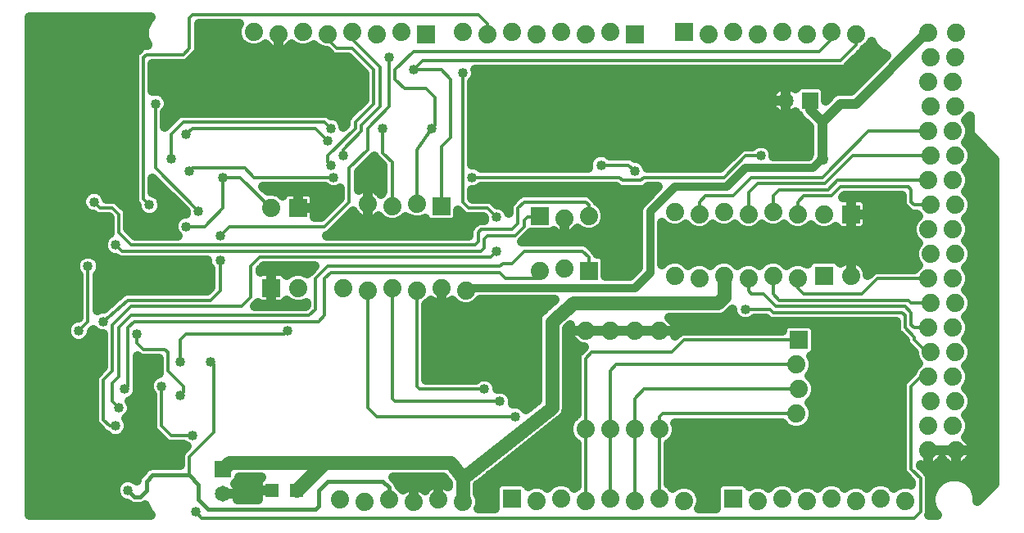
<source format=gbl>
G75*
%MOIN*%
%OFA0B0*%
%FSLAX24Y24*%
%IPPOS*%
%LPD*%
%AMOC8*
5,1,8,0,0,1.08239X$1,22.5*
%
%ADD10R,0.0740X0.0740*%
%ADD11C,0.0740*%
%ADD12R,0.0555X0.0555*%
%ADD13C,0.0650*%
%ADD14R,0.0650X0.0650*%
%ADD15C,0.0160*%
%ADD16C,0.0400*%
%ADD17C,0.0120*%
%ADD18C,0.0400*%
%ADD19C,0.0560*%
%ADD20C,0.0500*%
%ADD21C,0.0320*%
D10*
X010500Y009925D03*
X011600Y013175D03*
X017425Y013250D03*
X021425Y012850D03*
X023425Y010625D03*
X031975Y007800D03*
X033000Y010425D03*
X034100Y012925D03*
X025300Y020250D03*
X027300Y020350D03*
X016800Y020250D03*
X020300Y001350D03*
X029300Y001350D03*
D11*
X030300Y001250D03*
X031300Y001350D03*
X032300Y001250D03*
X033300Y001350D03*
X034300Y001250D03*
X035300Y001350D03*
X036300Y001250D03*
X037230Y003300D03*
X038370Y003300D03*
X038250Y004300D03*
X037250Y004300D03*
X037350Y005300D03*
X038350Y005300D03*
X038250Y006300D03*
X037250Y006300D03*
X037350Y007300D03*
X038350Y007300D03*
X038250Y008300D03*
X037250Y008300D03*
X037350Y009300D03*
X038350Y009300D03*
X038250Y010300D03*
X037250Y010300D03*
X037350Y011300D03*
X038350Y011300D03*
X038250Y012300D03*
X037250Y012300D03*
X037350Y013300D03*
X038350Y013300D03*
X038250Y014300D03*
X037250Y014300D03*
X037350Y015300D03*
X038350Y015300D03*
X038250Y016300D03*
X037250Y016300D03*
X037350Y017300D03*
X038350Y017300D03*
X038250Y018300D03*
X037250Y018300D03*
X037350Y019300D03*
X038350Y019300D03*
X038370Y020300D03*
X037230Y020300D03*
X034300Y020250D03*
X033300Y020350D03*
X032300Y020250D03*
X031300Y020350D03*
X030300Y020250D03*
X029300Y020350D03*
X028300Y020250D03*
X024300Y020350D03*
X023300Y020250D03*
X022300Y020350D03*
X021300Y020250D03*
X020300Y020350D03*
X019300Y020250D03*
X018300Y020350D03*
X015800Y020350D03*
X014800Y020250D03*
X013800Y020350D03*
X012800Y020250D03*
X011800Y020350D03*
X010800Y020250D03*
X009800Y020350D03*
X014425Y013350D03*
X015425Y013250D03*
X016425Y013350D03*
X021425Y010625D03*
X022425Y010725D03*
X022425Y012750D03*
X023425Y012850D03*
X026925Y013025D03*
X027925Y012925D03*
X028925Y013025D03*
X029925Y012925D03*
X030925Y013025D03*
X031925Y012925D03*
X033000Y012925D03*
X034100Y010425D03*
X031925Y010325D03*
X030925Y010425D03*
X029925Y010325D03*
X028925Y010425D03*
X027925Y010325D03*
X026925Y010425D03*
X026300Y008175D03*
X025300Y008175D03*
X024300Y008175D03*
X023300Y008175D03*
X018425Y009825D03*
X017425Y009925D03*
X016425Y009825D03*
X015425Y009925D03*
X014425Y009825D03*
X013425Y009925D03*
X011600Y009925D03*
X010500Y013175D03*
X023300Y004175D03*
X024300Y004175D03*
X025300Y004175D03*
X026300Y004175D03*
X026300Y001350D03*
X025300Y001250D03*
X024300Y001350D03*
X023300Y001250D03*
X022300Y001350D03*
X021300Y001250D03*
X018300Y001200D03*
X017300Y001300D03*
X016300Y001200D03*
X015300Y001300D03*
X014300Y001200D03*
X013300Y001300D03*
X027300Y001250D03*
X031875Y004800D03*
X031975Y005800D03*
X031875Y006800D03*
D12*
X011550Y001675D03*
X010550Y001675D03*
D13*
X008550Y001550D03*
X031425Y017550D03*
D14*
X032425Y017550D03*
X008550Y002550D03*
D15*
X007550Y001925D02*
X007175Y002300D01*
X005675Y002300D01*
X005425Y002050D01*
X005425Y001675D01*
X005175Y001425D01*
X004925Y001425D01*
X004675Y001675D01*
X007550Y001925D02*
X007550Y001300D01*
X007925Y000925D01*
X012300Y000925D01*
X012425Y001050D01*
X012425Y001675D01*
X012800Y002050D01*
X015050Y002050D01*
X015300Y001800D01*
X015300Y001300D01*
D16*
X020425Y004675D03*
X019800Y005300D03*
X019175Y005800D03*
X011175Y008175D03*
X008050Y006925D03*
X006800Y006925D03*
X006050Y005925D03*
X006800Y005550D03*
X004550Y005800D03*
X004300Y005050D03*
X004175Y004300D03*
X004800Y004300D03*
X005425Y002925D03*
X007300Y003925D03*
X004675Y001675D03*
X007425Y000800D03*
X005050Y008050D03*
X003675Y008550D03*
X002675Y008175D03*
X003050Y010800D03*
X004175Y011675D03*
X007050Y012425D03*
X007550Y013050D03*
X008425Y012050D03*
X008425Y011050D03*
X005550Y013300D03*
X004800Y014175D03*
X003300Y013425D03*
X001425Y014425D03*
X006425Y015175D03*
X007175Y014675D03*
X008550Y014425D03*
X007050Y016175D03*
X005800Y017425D03*
X012800Y015925D03*
X012925Y016425D03*
X013425Y015300D03*
X012925Y014925D03*
X013050Y014425D03*
X015050Y016425D03*
X017050Y016425D03*
X018675Y014425D03*
X019675Y012800D03*
X019675Y011425D03*
X025300Y014675D03*
X023925Y014925D03*
X030425Y015300D03*
X029800Y009050D03*
X018300Y018675D03*
X016300Y018800D03*
X015300Y019300D03*
D17*
X015300Y017300D01*
X014425Y016425D01*
X014425Y015550D01*
X013675Y014800D01*
X013675Y013425D01*
X012675Y012425D01*
X008800Y012425D01*
X008425Y012050D01*
X007800Y012425D02*
X008550Y013175D01*
X008550Y014425D01*
X009250Y014425D01*
X010500Y013175D01*
X009800Y014425D02*
X009425Y014800D01*
X007300Y014800D01*
X007175Y014675D01*
X006425Y015175D02*
X006425Y016175D01*
X006925Y016675D01*
X012675Y016675D01*
X012925Y016425D01*
X012800Y015925D02*
X012300Y016425D01*
X007300Y016425D01*
X007050Y016175D01*
X005800Y017425D02*
X005800Y014800D01*
X007550Y013050D01*
X007800Y012425D02*
X007050Y012425D01*
X005550Y013300D02*
X005300Y013550D01*
X005300Y019300D01*
X005425Y019425D01*
X006925Y019425D01*
X007175Y019675D01*
X007175Y020925D01*
X007300Y021050D01*
X018925Y021050D01*
X019300Y020675D01*
X019300Y020250D01*
X017800Y018425D02*
X017425Y018800D01*
X016300Y018800D01*
X016675Y019175D01*
X033675Y019175D01*
X034300Y019800D01*
X034300Y020250D01*
X033300Y020350D02*
X033300Y020050D01*
X032800Y019550D01*
X016300Y019550D01*
X015550Y018800D01*
X015550Y018425D01*
X015925Y018050D01*
X016800Y018050D01*
X017175Y017675D01*
X017175Y016550D01*
X017050Y016425D01*
X016425Y015550D01*
X016425Y013350D01*
X017425Y013250D02*
X017425Y015675D01*
X017800Y016050D01*
X017800Y018425D01*
X018300Y018675D02*
X018300Y013425D01*
X018550Y013175D01*
X019300Y013175D01*
X019675Y012800D01*
X019050Y012300D02*
X018925Y012175D01*
X018925Y011800D01*
X018800Y011675D01*
X004800Y011675D01*
X004300Y012175D01*
X004300Y012925D01*
X004050Y013175D01*
X003550Y013175D01*
X003300Y013425D01*
X004800Y014175D02*
X001675Y014175D01*
X001425Y014425D01*
X004175Y011675D02*
X004425Y011425D01*
X019050Y011425D01*
X019175Y011550D01*
X019175Y011925D01*
X019300Y012050D01*
X020425Y012050D01*
X020800Y012425D01*
X020800Y012675D01*
X020925Y012800D01*
X021375Y012800D01*
X021425Y012850D01*
X020800Y013425D02*
X020550Y013175D01*
X020550Y012550D01*
X020300Y012300D01*
X019050Y012300D01*
X019675Y011425D02*
X019425Y011175D01*
X010050Y011175D01*
X009675Y010800D01*
X009675Y009550D01*
X009300Y009175D01*
X004800Y009175D01*
X004050Y008425D01*
X004050Y006550D01*
X003675Y006175D01*
X003675Y004550D01*
X003925Y004300D01*
X004175Y004300D01*
X004800Y004300D02*
X005425Y003675D01*
X005425Y002925D01*
X007175Y003050D02*
X007175Y002300D01*
X007175Y003050D02*
X008175Y004050D01*
X008175Y006800D01*
X008050Y006925D01*
X006800Y006925D02*
X006800Y007800D01*
X007050Y008050D01*
X011050Y008050D01*
X011175Y008175D01*
X012050Y008800D02*
X004800Y008800D01*
X004300Y008300D01*
X004300Y006300D01*
X004050Y006050D01*
X004050Y005300D01*
X004300Y005050D01*
X004550Y005800D02*
X004675Y005925D01*
X004675Y008300D01*
X004925Y008550D01*
X012425Y008550D01*
X012675Y008800D01*
X012675Y010300D01*
X012925Y010550D01*
X019800Y010550D01*
X020050Y010300D01*
X021300Y010300D01*
X021425Y010425D01*
X021425Y010625D01*
X020800Y011425D02*
X020300Y010925D01*
X019925Y010925D01*
X019800Y010800D01*
X012800Y010800D01*
X012300Y010300D01*
X012300Y009050D01*
X012050Y008800D01*
X014425Y009825D02*
X014425Y005050D01*
X014800Y004675D01*
X020425Y004675D01*
X019800Y005300D02*
X015550Y005300D01*
X015425Y005425D01*
X015425Y009925D01*
X016425Y009825D02*
X016425Y005925D01*
X016550Y005800D01*
X019175Y005800D01*
X023300Y007050D02*
X023300Y004175D01*
X023300Y001250D01*
X024300Y001350D02*
X024300Y004175D01*
X024300Y006550D01*
X024550Y006800D01*
X031875Y006800D01*
X031975Y007800D02*
X027300Y007800D01*
X026800Y007300D01*
X023550Y007300D01*
X023300Y007050D01*
X025300Y005425D02*
X025675Y005800D01*
X031975Y005800D01*
X031875Y004800D02*
X026425Y004800D01*
X026300Y004675D01*
X026300Y004175D01*
X026300Y001350D01*
X025300Y001250D02*
X025300Y004175D01*
X025300Y005425D01*
X030800Y009050D02*
X030925Y008925D01*
X036175Y008925D01*
X036300Y008800D01*
X036300Y008300D01*
X036675Y007925D01*
X036675Y007800D01*
X037175Y007300D01*
X037350Y007300D01*
X037250Y006300D02*
X036925Y006300D01*
X036550Y005925D01*
X036550Y002550D01*
X036925Y002175D01*
X036925Y000800D01*
X036675Y000550D01*
X007675Y000550D01*
X007425Y000800D01*
X007300Y003925D02*
X006425Y003925D01*
X006050Y004300D01*
X006050Y005925D01*
X006800Y005550D02*
X006925Y005675D01*
X006925Y005925D01*
X006300Y006550D01*
X006300Y007300D01*
X006175Y007425D01*
X005300Y007425D01*
X005050Y007675D01*
X005050Y008050D01*
X004675Y009425D02*
X003675Y008550D01*
X003050Y008550D02*
X002675Y008175D01*
X003050Y008550D02*
X003050Y010800D01*
X004675Y009425D02*
X008050Y009425D01*
X008425Y009800D01*
X008425Y011050D01*
X009800Y014425D02*
X013050Y014425D01*
X012925Y014925D02*
X012800Y015050D01*
X012800Y015300D01*
X013925Y016425D01*
X013925Y016675D01*
X014675Y017425D01*
X014675Y018800D01*
X013800Y019675D01*
X013175Y019675D01*
X012800Y020050D01*
X012800Y020250D01*
X013800Y020350D02*
X013800Y020050D01*
X014925Y018925D01*
X014925Y017300D01*
X014175Y016550D01*
X014175Y016300D01*
X013425Y015550D01*
X013425Y015300D01*
X015050Y015425D02*
X015425Y015050D01*
X015425Y013250D01*
X018675Y014425D02*
X024675Y014425D01*
X024800Y014300D01*
X025550Y014300D01*
X025675Y014425D01*
X028925Y014425D01*
X029800Y015300D01*
X030425Y015300D01*
X030050Y014425D02*
X032925Y014425D01*
X034800Y016300D01*
X037250Y016300D01*
X037350Y015300D02*
X034175Y015300D01*
X033050Y014175D01*
X030300Y014175D01*
X029925Y013800D01*
X029925Y012925D01*
X029300Y013675D02*
X030050Y014425D01*
X030925Y013675D02*
X031175Y013925D01*
X033175Y013925D01*
X033550Y014300D01*
X037250Y014300D01*
X036550Y013925D02*
X036550Y013425D01*
X036675Y013300D01*
X037350Y013300D01*
X036550Y013925D02*
X036425Y014050D01*
X033675Y014050D01*
X033300Y013675D01*
X032175Y013675D01*
X031925Y013425D01*
X031925Y012925D01*
X030925Y013025D02*
X030925Y013675D01*
X029300Y013675D02*
X028175Y013675D01*
X027925Y013425D01*
X027925Y012925D01*
X025300Y014675D02*
X025050Y014925D01*
X023925Y014925D01*
X023300Y013425D02*
X020800Y013425D01*
X023300Y013425D02*
X023425Y013300D01*
X023425Y012850D01*
X023175Y011425D02*
X020800Y011425D01*
X023175Y011425D02*
X023425Y011175D01*
X023425Y010625D01*
X029925Y010325D02*
X029925Y009800D01*
X030050Y009675D01*
X030550Y009675D01*
X031050Y009175D01*
X036300Y009175D01*
X036550Y008925D01*
X036550Y008425D01*
X036675Y008300D01*
X037250Y008300D01*
X037350Y009300D02*
X036550Y009300D01*
X036425Y009425D01*
X031175Y009425D01*
X030925Y009675D01*
X030925Y010425D01*
X031925Y010325D02*
X031925Y009925D01*
X032175Y009675D01*
X034550Y009675D01*
X035175Y010300D01*
X037250Y010300D01*
X030800Y009050D02*
X029800Y009050D01*
X015050Y015425D02*
X015050Y016425D01*
D18*
X000660Y020940D02*
X000660Y000660D01*
X005597Y000660D01*
X005495Y000762D01*
X005367Y001071D01*
X005255Y001025D01*
X004845Y001025D01*
X004698Y001086D01*
X004629Y001155D01*
X004572Y001155D01*
X004380Y001234D01*
X004234Y001380D01*
X004155Y001572D01*
X004155Y001778D01*
X004234Y001970D01*
X004380Y002116D01*
X004572Y002195D01*
X004778Y002195D01*
X004970Y002116D01*
X005025Y002060D01*
X005025Y002130D01*
X005086Y002277D01*
X005198Y002389D01*
X005448Y002639D01*
X005595Y002700D01*
X006795Y002700D01*
X006795Y003126D01*
X006853Y003265D01*
X007052Y003465D01*
X007005Y003484D01*
X006945Y003545D01*
X006349Y003545D01*
X006210Y003603D01*
X005835Y003978D01*
X005728Y004085D01*
X005670Y004224D01*
X005670Y005570D01*
X005609Y005630D01*
X005530Y005822D01*
X005530Y006028D01*
X005609Y006220D01*
X005755Y006366D01*
X005934Y006440D01*
X005920Y006474D01*
X005920Y007045D01*
X005224Y007045D01*
X005085Y007103D01*
X005055Y007133D01*
X005055Y005940D01*
X005070Y005903D01*
X005070Y005697D01*
X004991Y005505D01*
X004845Y005359D01*
X004751Y005320D01*
X004820Y005153D01*
X004820Y004947D01*
X004741Y004755D01*
X004598Y004613D01*
X004616Y004595D01*
X004695Y004403D01*
X004695Y004197D01*
X004616Y004005D01*
X004470Y003859D01*
X004278Y003780D01*
X004072Y003780D01*
X003880Y003859D01*
X003799Y003941D01*
X003710Y003978D01*
X003460Y004228D01*
X003353Y004335D01*
X003295Y004474D01*
X003295Y006251D01*
X003353Y006390D01*
X003670Y006707D01*
X003670Y008030D01*
X003572Y008030D01*
X003380Y008109D01*
X003264Y008226D01*
X003195Y008158D01*
X003195Y008072D01*
X003116Y007880D01*
X002970Y007734D01*
X002778Y007655D01*
X002572Y007655D01*
X002380Y007734D01*
X002234Y007880D01*
X002155Y008072D01*
X002155Y008278D01*
X002234Y008470D01*
X002380Y008616D01*
X002572Y008695D01*
X002658Y008695D01*
X002670Y008707D01*
X002670Y010445D01*
X002609Y010505D01*
X002530Y010697D01*
X002530Y010903D01*
X002609Y011095D01*
X002755Y011241D01*
X002947Y011320D01*
X003153Y011320D01*
X003345Y011241D01*
X003491Y011095D01*
X003570Y010903D01*
X003570Y010697D01*
X003491Y010505D01*
X003430Y010445D01*
X003430Y009011D01*
X003572Y009070D01*
X003692Y009070D01*
X004415Y009703D01*
X004460Y009747D01*
X004472Y009752D01*
X004482Y009761D01*
X004541Y009781D01*
X004599Y009805D01*
X004612Y009805D01*
X004625Y009809D01*
X004688Y009805D01*
X007893Y009805D01*
X008045Y009957D01*
X008045Y010695D01*
X007984Y010755D01*
X007905Y010947D01*
X007905Y011045D01*
X004349Y011045D01*
X004210Y011103D01*
X004158Y011155D01*
X004072Y011155D01*
X003880Y011234D01*
X003734Y011380D01*
X003655Y011572D01*
X003655Y011778D01*
X003734Y011970D01*
X003880Y012116D01*
X003920Y012132D01*
X003920Y012768D01*
X003893Y012795D01*
X003474Y012795D01*
X003335Y012853D01*
X003283Y012905D01*
X003197Y012905D01*
X003005Y012984D01*
X002859Y013130D01*
X002780Y013322D01*
X002780Y013528D01*
X002859Y013720D01*
X003005Y013866D01*
X003197Y013945D01*
X003403Y013945D01*
X003595Y013866D01*
X003741Y013720D01*
X003809Y013555D01*
X004126Y013555D01*
X004265Y013497D01*
X004372Y013390D01*
X004622Y013140D01*
X004680Y013001D01*
X004680Y012332D01*
X004957Y012055D01*
X006685Y012055D01*
X006609Y012130D01*
X006530Y012322D01*
X006530Y012528D01*
X006609Y012720D01*
X006755Y012866D01*
X006947Y012945D01*
X007031Y012945D01*
X007030Y012947D01*
X007030Y013033D01*
X005680Y014383D01*
X005680Y013809D01*
X005845Y013741D01*
X005991Y013595D01*
X006070Y013403D01*
X006070Y013197D01*
X005991Y013005D01*
X005845Y012859D01*
X005653Y012780D01*
X005447Y012780D01*
X005255Y012859D01*
X005109Y013005D01*
X005030Y013197D01*
X005030Y013283D01*
X004978Y013335D01*
X004920Y013474D01*
X004920Y019376D01*
X004978Y019515D01*
X005085Y019622D01*
X005210Y019747D01*
X005349Y019805D01*
X005477Y019805D01*
X005350Y020111D01*
X005350Y020489D01*
X005495Y020838D01*
X005597Y020940D01*
X000660Y020940D01*
X000660Y020624D02*
X005406Y020624D01*
X005350Y020225D02*
X000660Y020225D01*
X000660Y019827D02*
X005468Y019827D01*
X004942Y019428D02*
X000660Y019428D01*
X000660Y019030D02*
X004920Y019030D01*
X005680Y019030D02*
X013908Y019030D01*
X013643Y019295D02*
X014295Y018643D01*
X014295Y017582D01*
X013710Y016997D01*
X013603Y016890D01*
X013545Y016751D01*
X013545Y016582D01*
X013445Y016482D01*
X013445Y016528D01*
X013366Y016720D01*
X013220Y016866D01*
X013028Y016945D01*
X012942Y016945D01*
X012890Y016997D01*
X012751Y017055D01*
X006849Y017055D01*
X006710Y016997D01*
X006210Y016497D01*
X006180Y016467D01*
X006180Y017070D01*
X006241Y017130D01*
X006320Y017322D01*
X006320Y017528D01*
X006241Y017720D01*
X006095Y017866D01*
X005903Y017945D01*
X005697Y017945D01*
X005680Y017938D01*
X005680Y019045D01*
X007001Y019045D01*
X007140Y019103D01*
X007247Y019210D01*
X007497Y019460D01*
X007555Y019599D01*
X007555Y020670D01*
X009186Y020670D01*
X009110Y020487D01*
X009110Y020213D01*
X009215Y019959D01*
X009409Y019765D01*
X009663Y019660D01*
X009937Y019660D01*
X010191Y019765D01*
X010268Y019842D01*
X010295Y019807D01*
X010357Y019745D01*
X010427Y019692D01*
X010503Y019648D01*
X010584Y019614D01*
X010669Y019591D01*
X010756Y019580D01*
X010800Y019580D01*
X010844Y019580D01*
X010931Y019591D01*
X011016Y019614D01*
X011097Y019648D01*
X011173Y019692D01*
X011243Y019745D01*
X011305Y019807D01*
X011332Y019842D01*
X011409Y019765D01*
X011663Y019660D01*
X011937Y019660D01*
X012191Y019765D01*
X012250Y019824D01*
X012409Y019665D01*
X012663Y019560D01*
X012753Y019560D01*
X012853Y019460D01*
X012960Y019353D01*
X013099Y019295D01*
X013643Y019295D01*
X012885Y019428D02*
X007465Y019428D01*
X007555Y019827D02*
X009348Y019827D01*
X009110Y020225D02*
X007555Y020225D01*
X007555Y020624D02*
X009166Y020624D01*
X010252Y019827D02*
X010280Y019827D01*
X010800Y019827D02*
X010800Y019827D01*
X010800Y019580D02*
X010800Y020250D01*
X010800Y020250D01*
X010800Y019580D01*
X011320Y019827D02*
X011348Y019827D01*
X010800Y020225D02*
X010800Y020225D01*
X014295Y018631D02*
X005680Y018631D01*
X004920Y018631D02*
X000660Y018631D01*
X000660Y018233D02*
X004920Y018233D01*
X005680Y018233D02*
X014295Y018233D01*
X014295Y017834D02*
X006126Y017834D01*
X006320Y017436D02*
X014148Y017436D01*
X013750Y017037D02*
X012794Y017037D01*
X013399Y016639D02*
X013545Y016639D01*
X014697Y015284D02*
X014728Y015210D01*
X015045Y014893D01*
X015045Y013839D01*
X015034Y013835D01*
X014957Y013758D01*
X014930Y013793D01*
X014868Y013855D01*
X014798Y013908D01*
X014722Y013952D01*
X014641Y013986D01*
X014556Y014009D01*
X014469Y014020D01*
X014425Y014020D01*
X014425Y013350D01*
X014425Y013350D01*
X014425Y014020D01*
X014381Y014020D01*
X014294Y014009D01*
X014209Y013986D01*
X014128Y013952D01*
X014055Y013910D01*
X014055Y014643D01*
X014697Y015284D01*
X014893Y015045D02*
X014457Y015045D01*
X014058Y014646D02*
X015045Y014646D01*
X015045Y014248D02*
X014055Y014248D01*
X014425Y013849D02*
X014425Y013849D01*
X014874Y013849D02*
X015045Y013849D01*
X014425Y013451D02*
X014425Y013451D01*
X014425Y013350D02*
X014425Y012680D01*
X014469Y012680D01*
X014556Y012691D01*
X014641Y012714D01*
X014722Y012748D01*
X014798Y012792D01*
X014860Y012839D01*
X015034Y012665D01*
X015288Y012560D01*
X015562Y012560D01*
X015816Y012665D01*
X015975Y012824D01*
X016034Y012765D01*
X016288Y012660D01*
X016562Y012660D01*
X016765Y012744D01*
X016784Y012699D01*
X016874Y012609D01*
X016991Y012560D01*
X017859Y012560D01*
X017976Y012609D01*
X018066Y012699D01*
X018115Y012816D01*
X018115Y013073D01*
X018335Y012853D01*
X018474Y012795D01*
X019143Y012795D01*
X019155Y012783D01*
X019155Y012697D01*
X019162Y012680D01*
X018974Y012680D01*
X018835Y012622D01*
X018710Y012497D01*
X018603Y012390D01*
X018545Y012251D01*
X018545Y012055D01*
X012775Y012055D01*
X012890Y012103D01*
X012997Y012210D01*
X013829Y013042D01*
X013867Y012977D01*
X013920Y012907D01*
X013982Y012845D01*
X014052Y012792D01*
X014128Y012748D01*
X014209Y012714D01*
X014294Y012691D01*
X014381Y012680D01*
X014425Y012680D01*
X014425Y013350D01*
X014425Y013350D01*
X014425Y013052D02*
X014425Y013052D01*
X015062Y012654D02*
X013441Y012654D01*
X013042Y012255D02*
X018547Y012255D01*
X018910Y012654D02*
X018021Y012654D01*
X018115Y013052D02*
X018136Y013052D01*
X018680Y013582D02*
X018680Y013905D01*
X018778Y013905D01*
X018970Y013984D01*
X019030Y014045D01*
X024518Y014045D01*
X024585Y013978D01*
X024724Y013920D01*
X025626Y013920D01*
X025765Y013978D01*
X025832Y014045D01*
X026241Y014045D01*
X025653Y013457D01*
X025518Y013322D01*
X025445Y013145D01*
X025445Y010749D01*
X025101Y010405D01*
X024115Y010405D01*
X024115Y011059D01*
X024066Y011176D01*
X023976Y011266D01*
X023859Y011315D01*
X023778Y011315D01*
X023747Y011390D01*
X023640Y011497D01*
X023390Y011747D01*
X023251Y011805D01*
X020724Y011805D01*
X020712Y011800D01*
X021015Y012103D01*
X021072Y012160D01*
X021859Y012160D01*
X021976Y012209D01*
X022000Y012232D01*
X022052Y012192D01*
X022128Y012148D01*
X022209Y012114D01*
X022294Y012091D01*
X022381Y012080D01*
X022425Y012080D01*
X022469Y012080D01*
X022556Y012091D01*
X022641Y012114D01*
X022722Y012148D01*
X022798Y012192D01*
X022868Y012245D01*
X022930Y012307D01*
X022957Y012342D01*
X023034Y012265D01*
X023288Y012160D01*
X023562Y012160D01*
X023816Y012265D01*
X024010Y012459D01*
X024115Y012713D01*
X024115Y012987D01*
X024010Y013241D01*
X023816Y013435D01*
X023773Y013453D01*
X023747Y013515D01*
X023640Y013622D01*
X023515Y013747D01*
X023376Y013805D01*
X020724Y013805D01*
X020585Y013747D01*
X020478Y013640D01*
X020228Y013390D01*
X020170Y013251D01*
X020170Y012964D01*
X020116Y013095D01*
X019970Y013241D01*
X019778Y013320D01*
X019692Y013320D01*
X019515Y013497D01*
X019376Y013555D01*
X018707Y013555D01*
X018680Y013582D01*
X018680Y013849D02*
X026045Y013849D01*
X025647Y013451D02*
X023778Y013451D01*
X024088Y013052D02*
X025445Y013052D01*
X025445Y012654D02*
X024090Y012654D01*
X023792Y012255D02*
X025445Y012255D01*
X025445Y011857D02*
X020769Y011857D01*
X022425Y012080D02*
X022425Y012750D01*
X022425Y012080D01*
X022425Y012255D02*
X022425Y012255D01*
X022878Y012255D02*
X023058Y012255D01*
X022425Y012654D02*
X022425Y012654D01*
X022425Y012750D02*
X022425Y012750D01*
X023679Y011458D02*
X025445Y011458D01*
X025445Y011060D02*
X024115Y011060D01*
X024115Y010661D02*
X025357Y010661D01*
X026405Y010881D02*
X026405Y012569D01*
X026534Y012440D01*
X026788Y012335D01*
X027062Y012335D01*
X027316Y012440D01*
X027375Y012499D01*
X027534Y012340D01*
X027788Y012235D01*
X028062Y012235D01*
X028316Y012340D01*
X028475Y012499D01*
X028534Y012440D01*
X028788Y012335D01*
X029062Y012335D01*
X029316Y012440D01*
X029375Y012499D01*
X029534Y012340D01*
X029788Y012235D01*
X030062Y012235D01*
X030316Y012340D01*
X030475Y012499D01*
X030534Y012440D01*
X030788Y012335D01*
X031062Y012335D01*
X031316Y012440D01*
X031375Y012499D01*
X031534Y012340D01*
X031788Y012235D01*
X032062Y012235D01*
X032316Y012340D01*
X032462Y012487D01*
X032609Y012340D01*
X032863Y012235D01*
X033137Y012235D01*
X033391Y012340D01*
X033464Y012413D01*
X033497Y012364D01*
X033539Y012322D01*
X033588Y012289D01*
X033642Y012267D01*
X033700Y012255D01*
X033186Y012255D01*
X033464Y012413D02*
X033464Y012413D01*
X033700Y012255D02*
X034100Y012255D01*
X034500Y012255D01*
X036560Y012255D01*
X036560Y012163D02*
X036665Y011909D01*
X036824Y011750D01*
X036765Y011691D01*
X036660Y011437D01*
X036660Y011163D01*
X036765Y010909D01*
X036824Y010850D01*
X036665Y010691D01*
X036661Y010680D01*
X035099Y010680D01*
X034960Y010622D01*
X034853Y010515D01*
X034770Y010432D01*
X034770Y010469D01*
X034759Y010556D01*
X034736Y010641D01*
X034702Y010722D01*
X034658Y010798D01*
X034605Y010868D01*
X034543Y010930D01*
X034473Y010983D01*
X034397Y011027D01*
X034316Y011061D01*
X034231Y011084D01*
X034144Y011095D01*
X034100Y011095D01*
X034100Y010425D01*
X034100Y010425D01*
X034100Y011095D01*
X034056Y011095D01*
X033969Y011084D01*
X033884Y011061D01*
X033803Y011027D01*
X033727Y010983D01*
X033660Y010932D01*
X033641Y010976D01*
X033551Y011066D01*
X033434Y011115D01*
X032566Y011115D01*
X032449Y011066D01*
X032359Y010976D01*
X032327Y010899D01*
X032316Y010910D01*
X032062Y011015D01*
X031788Y011015D01*
X031534Y010910D01*
X031475Y010851D01*
X031316Y011010D01*
X031062Y011115D01*
X030788Y011115D01*
X030534Y011010D01*
X030375Y010851D01*
X030316Y010910D01*
X030062Y011015D01*
X029788Y011015D01*
X029534Y010910D01*
X029475Y010851D01*
X029316Y011010D01*
X029062Y011115D01*
X028788Y011115D01*
X028534Y011010D01*
X028375Y010851D01*
X028316Y010910D01*
X028062Y011015D01*
X027788Y011015D01*
X027534Y010910D01*
X027475Y010851D01*
X027316Y011010D01*
X027062Y011115D01*
X026788Y011115D01*
X026534Y011010D01*
X026405Y010881D01*
X026405Y011060D02*
X026654Y011060D01*
X027196Y011060D02*
X028654Y011060D01*
X029196Y011060D02*
X030654Y011060D01*
X031196Y011060D02*
X032442Y011060D01*
X033558Y011060D02*
X033881Y011060D01*
X034100Y011060D02*
X034100Y011060D01*
X034319Y011060D02*
X036703Y011060D01*
X036669Y011458D02*
X026405Y011458D01*
X026405Y011857D02*
X036718Y011857D01*
X036560Y012163D02*
X036560Y012437D01*
X036665Y012691D01*
X036824Y012850D01*
X036765Y012909D01*
X036761Y012920D01*
X036599Y012920D01*
X036460Y012978D01*
X036353Y013085D01*
X036353Y013085D01*
X036228Y013210D01*
X036170Y013349D01*
X036170Y013670D01*
X033832Y013670D01*
X033757Y013595D01*
X034100Y013595D01*
X034100Y012925D01*
X034100Y012925D01*
X034770Y012925D01*
X034770Y013325D01*
X034758Y013383D01*
X034736Y013437D01*
X034703Y013486D01*
X034661Y013528D01*
X034612Y013561D01*
X034558Y013583D01*
X034500Y013595D01*
X034100Y013595D01*
X034100Y012925D01*
X034100Y012925D01*
X034770Y012925D01*
X034770Y012525D01*
X034758Y012467D01*
X034736Y012413D01*
X034703Y012364D01*
X034661Y012322D01*
X034612Y012289D01*
X034558Y012267D01*
X034500Y012255D01*
X034100Y012255D02*
X034100Y012255D01*
X034100Y012925D01*
X034100Y012925D01*
X034100Y012255D01*
X034100Y012654D02*
X034100Y012654D01*
X034100Y013052D02*
X034100Y013052D01*
X034100Y013451D02*
X034100Y013451D01*
X034727Y013451D02*
X036170Y013451D01*
X036386Y013052D02*
X034770Y013052D01*
X034770Y012654D02*
X036650Y012654D01*
X038776Y012750D02*
X038935Y012909D01*
X039040Y013163D01*
X039040Y013437D01*
X038935Y013691D01*
X038776Y013850D01*
X038835Y013909D01*
X038940Y014163D01*
X038940Y014437D01*
X038835Y014691D01*
X038776Y014750D01*
X038935Y014909D01*
X039040Y015163D01*
X039040Y015437D01*
X038935Y015691D01*
X038776Y015850D01*
X038835Y015909D01*
X038940Y016163D01*
X038940Y016437D01*
X038835Y016691D01*
X038776Y016750D01*
X038935Y016909D01*
X038940Y016921D01*
X038940Y016228D01*
X038995Y016096D01*
X039096Y015995D01*
X039940Y015151D01*
X039940Y001949D01*
X039250Y001259D01*
X039250Y001489D01*
X039105Y001838D01*
X038838Y002105D01*
X038489Y002250D01*
X038111Y002250D01*
X037762Y002105D01*
X037495Y001838D01*
X037350Y001489D01*
X037350Y001111D01*
X037495Y000762D01*
X037597Y000660D01*
X037278Y000660D01*
X037305Y000724D01*
X037305Y002251D01*
X037247Y002390D01*
X037140Y002497D01*
X036944Y002693D01*
X037014Y002664D01*
X037099Y002641D01*
X037186Y002630D01*
X037230Y002630D01*
X037274Y002630D01*
X037361Y002641D01*
X037446Y002664D01*
X037527Y002698D01*
X037603Y002742D01*
X037673Y002795D01*
X037735Y002857D01*
X037788Y002927D01*
X037800Y002947D01*
X037812Y002927D01*
X037865Y002857D01*
X037927Y002795D01*
X037997Y002742D01*
X038073Y002698D01*
X038154Y002664D01*
X038239Y002641D01*
X038326Y002630D01*
X038370Y002630D01*
X038414Y002630D01*
X038501Y002641D01*
X038586Y002664D01*
X038667Y002698D01*
X038743Y002742D01*
X038813Y002795D01*
X038875Y002857D01*
X038928Y002927D01*
X038972Y003003D01*
X039006Y003084D01*
X039029Y003169D01*
X039040Y003256D01*
X039040Y003300D01*
X039040Y003344D01*
X039029Y003431D01*
X039006Y003516D01*
X038972Y003597D01*
X038928Y003673D01*
X038875Y003743D01*
X038813Y003805D01*
X038766Y003840D01*
X038835Y003909D01*
X038940Y004163D01*
X038940Y004437D01*
X038835Y004691D01*
X038776Y004750D01*
X038935Y004909D01*
X039040Y005163D01*
X039040Y005437D01*
X038935Y005691D01*
X038776Y005850D01*
X038835Y005909D01*
X038940Y006163D01*
X038940Y006437D01*
X038835Y006691D01*
X038776Y006750D01*
X038935Y006909D01*
X039040Y007163D01*
X039040Y007437D01*
X038935Y007691D01*
X038776Y007850D01*
X038835Y007909D01*
X038940Y008163D01*
X038940Y008437D01*
X038835Y008691D01*
X038776Y008750D01*
X038935Y008909D01*
X039040Y009163D01*
X039040Y009437D01*
X038935Y009691D01*
X038776Y009850D01*
X038835Y009909D01*
X038940Y010163D01*
X038940Y010437D01*
X038835Y010691D01*
X038776Y010750D01*
X038935Y010909D01*
X039040Y011163D01*
X039040Y011437D01*
X038935Y011691D01*
X038776Y011850D01*
X038835Y011909D01*
X038940Y012163D01*
X038940Y012437D01*
X038835Y012691D01*
X038776Y012750D01*
X038850Y012654D02*
X039940Y012654D01*
X039940Y013052D02*
X038994Y013052D01*
X039035Y013451D02*
X039940Y013451D01*
X039940Y013849D02*
X038777Y013849D01*
X038940Y014248D02*
X039940Y014248D01*
X039940Y014646D02*
X038854Y014646D01*
X038991Y015045D02*
X039940Y015045D01*
X039648Y015443D02*
X039038Y015443D01*
X039249Y015842D02*
X038784Y015842D01*
X038940Y016240D02*
X038940Y016240D01*
X038940Y016639D02*
X038857Y016639D01*
X034771Y018631D02*
X018820Y018631D01*
X018820Y018572D02*
X018820Y018778D01*
X018813Y018795D01*
X033751Y018795D01*
X033890Y018853D01*
X033997Y018960D01*
X034622Y019585D01*
X034648Y019647D01*
X034691Y019665D01*
X034885Y019859D01*
X034920Y019943D01*
X034995Y019762D01*
X035262Y019495D01*
X035525Y019386D01*
X034085Y017945D01*
X033572Y017945D01*
X033380Y017866D01*
X033070Y017555D01*
X033070Y017939D01*
X033021Y018056D01*
X032931Y018146D01*
X032814Y018195D01*
X032036Y018195D01*
X031919Y018146D01*
X031829Y018056D01*
X031820Y018035D01*
X031753Y018085D01*
X031665Y018129D01*
X031571Y018160D01*
X031474Y018175D01*
X031425Y018175D01*
X031425Y017550D01*
X031425Y017550D01*
X031425Y016925D01*
X031474Y016925D01*
X031571Y016940D01*
X031665Y016971D01*
X031753Y017015D01*
X031820Y017065D01*
X031829Y017044D01*
X031919Y016954D01*
X031961Y016936D01*
X031984Y016880D01*
X032405Y016460D01*
X032405Y015409D01*
X032355Y015288D01*
X032355Y015284D01*
X032351Y015280D01*
X030945Y015280D01*
X030945Y015403D01*
X030866Y015595D01*
X030720Y015741D01*
X030528Y015820D01*
X030322Y015820D01*
X030130Y015741D01*
X030070Y015680D01*
X029724Y015680D01*
X029585Y015622D01*
X028768Y014805D01*
X025809Y014805D01*
X025741Y014970D01*
X025595Y015116D01*
X025403Y015195D01*
X025317Y015195D01*
X025265Y015247D01*
X025126Y015305D01*
X024280Y015305D01*
X024220Y015366D01*
X024028Y015445D01*
X023822Y015445D01*
X023630Y015366D01*
X023484Y015220D01*
X023405Y015028D01*
X023405Y014822D01*
X023412Y014805D01*
X019030Y014805D01*
X018970Y014866D01*
X018778Y014945D01*
X018680Y014945D01*
X018680Y018320D01*
X018741Y018380D01*
X018820Y018572D01*
X018680Y018233D02*
X034372Y018233D01*
X033349Y017834D02*
X033070Y017834D01*
X032425Y017550D02*
X032425Y017175D01*
X032925Y016675D01*
X032925Y015175D01*
X032405Y015443D02*
X030929Y015443D01*
X032405Y015842D02*
X018680Y015842D01*
X018680Y016240D02*
X032405Y016240D01*
X032226Y016639D02*
X018680Y016639D01*
X018680Y017037D02*
X031068Y017037D01*
X031097Y017015D02*
X031185Y016971D01*
X031279Y016940D01*
X031376Y016925D01*
X031425Y016925D01*
X031425Y017550D01*
X031425Y017550D01*
X031425Y017550D01*
X030800Y017550D01*
X030800Y017599D01*
X030815Y017696D01*
X030846Y017790D01*
X030890Y017878D01*
X030948Y017957D01*
X031018Y018027D01*
X031097Y018085D01*
X031185Y018129D01*
X031279Y018160D01*
X031376Y018175D01*
X031425Y018175D01*
X031425Y017550D01*
X030800Y017550D01*
X030800Y017501D01*
X030815Y017404D01*
X030846Y017310D01*
X030890Y017222D01*
X030948Y017143D01*
X031018Y017073D01*
X031097Y017015D01*
X031425Y017037D02*
X031425Y017037D01*
X031782Y017037D02*
X031835Y017037D01*
X031425Y017436D02*
X031425Y017436D01*
X031425Y017834D02*
X031425Y017834D01*
X030868Y017834D02*
X018680Y017834D01*
X018680Y017436D02*
X030810Y017436D01*
X032925Y016675D02*
X033675Y017425D01*
X034300Y017425D01*
X037175Y020300D01*
X037230Y020300D01*
X035423Y019428D02*
X034465Y019428D01*
X034852Y019827D02*
X034968Y019827D01*
X035169Y019030D02*
X034067Y019030D01*
X029406Y015443D02*
X024033Y015443D01*
X023817Y015443D02*
X018680Y015443D01*
X018680Y015045D02*
X023412Y015045D01*
X025666Y015045D02*
X029007Y015045D01*
X029739Y012255D02*
X028111Y012255D01*
X027739Y012255D02*
X026405Y012255D01*
X030111Y012255D02*
X031739Y012255D01*
X032111Y012255D02*
X032814Y012255D01*
X034100Y010661D02*
X034100Y010661D01*
X034727Y010661D02*
X035054Y010661D01*
X035920Y008545D02*
X035920Y008224D01*
X035978Y008085D01*
X036085Y007978D01*
X036295Y007768D01*
X036295Y007724D01*
X036353Y007585D01*
X036460Y007478D01*
X036660Y007278D01*
X036660Y007163D01*
X036765Y006909D01*
X036824Y006850D01*
X036665Y006691D01*
X036585Y006497D01*
X036335Y006247D01*
X036228Y006140D01*
X036170Y006001D01*
X036170Y002474D01*
X036228Y002335D01*
X036335Y002228D01*
X036545Y002018D01*
X036545Y001895D01*
X036437Y001940D01*
X036163Y001940D01*
X035909Y001835D01*
X035850Y001776D01*
X035691Y001935D01*
X035437Y002040D01*
X035163Y002040D01*
X034909Y001935D01*
X034750Y001776D01*
X034691Y001835D01*
X034437Y001940D01*
X034163Y001940D01*
X033909Y001835D01*
X033850Y001776D01*
X033691Y001935D01*
X033437Y002040D01*
X033163Y002040D01*
X032909Y001935D01*
X032750Y001776D01*
X032691Y001835D01*
X032437Y001940D01*
X032163Y001940D01*
X031909Y001835D01*
X031850Y001776D01*
X031691Y001935D01*
X031437Y002040D01*
X031163Y002040D01*
X030909Y001935D01*
X030750Y001776D01*
X030691Y001835D01*
X030437Y001940D01*
X030163Y001940D01*
X029960Y001856D01*
X029941Y001901D01*
X029851Y001991D01*
X029734Y002040D01*
X028866Y002040D01*
X028749Y001991D01*
X028659Y001901D01*
X028610Y001784D01*
X028610Y000930D01*
X027914Y000930D01*
X027990Y001113D01*
X027990Y001387D01*
X027885Y001641D01*
X027691Y001835D01*
X027437Y001940D01*
X027163Y001940D01*
X026909Y001835D01*
X026850Y001776D01*
X026691Y001935D01*
X026680Y001939D01*
X026680Y003586D01*
X026691Y003590D01*
X026885Y003784D01*
X026990Y004038D01*
X026990Y004312D01*
X026945Y004420D01*
X031286Y004420D01*
X031290Y004409D01*
X031484Y004215D01*
X031738Y004110D01*
X032012Y004110D01*
X032266Y004215D01*
X032460Y004409D01*
X032565Y004663D01*
X032565Y004937D01*
X032460Y005191D01*
X032401Y005250D01*
X032560Y005409D01*
X032665Y005663D01*
X032665Y005937D01*
X032560Y006191D01*
X032401Y006350D01*
X032460Y006409D01*
X032565Y006663D01*
X032565Y006937D01*
X032481Y007140D01*
X032526Y007159D01*
X032616Y007249D01*
X032665Y007366D01*
X032665Y008234D01*
X032616Y008351D01*
X032526Y008441D01*
X032409Y008490D01*
X031541Y008490D01*
X031424Y008441D01*
X031334Y008351D01*
X031285Y008234D01*
X031285Y008180D01*
X027224Y008180D01*
X027085Y008122D01*
X026941Y007978D01*
X026959Y008044D01*
X026970Y008131D01*
X026970Y008175D01*
X026970Y008219D01*
X026959Y008306D01*
X026936Y008391D01*
X026902Y008472D01*
X026858Y008548D01*
X026805Y008618D01*
X026743Y008680D01*
X026716Y008700D01*
X028794Y008700D01*
X029015Y008791D01*
X029265Y009041D01*
X029280Y009056D01*
X029280Y008947D01*
X029359Y008755D01*
X029505Y008609D01*
X029697Y008530D01*
X029903Y008530D01*
X030095Y008609D01*
X030155Y008670D01*
X030643Y008670D01*
X030710Y008603D01*
X030849Y008545D01*
X035920Y008545D01*
X035920Y008270D02*
X032650Y008270D01*
X032665Y007872D02*
X036191Y007872D01*
X036465Y007473D02*
X032665Y007473D01*
X032508Y007075D02*
X036697Y007075D01*
X036659Y006676D02*
X032565Y006676D01*
X032473Y006278D02*
X036365Y006278D01*
X036170Y005879D02*
X032665Y005879D01*
X032590Y005481D02*
X036170Y005481D01*
X036170Y005082D02*
X032505Y005082D01*
X032565Y004684D02*
X036170Y004684D01*
X036170Y004285D02*
X032336Y004285D01*
X031414Y004285D02*
X026990Y004285D01*
X026927Y003887D02*
X036170Y003887D01*
X036170Y003488D02*
X026680Y003488D01*
X026680Y003090D02*
X036170Y003090D01*
X036170Y002691D02*
X026680Y002691D01*
X026680Y002293D02*
X036270Y002293D01*
X036335Y002228D02*
X036335Y002228D01*
X036052Y001894D02*
X035732Y001894D01*
X034868Y001894D02*
X034548Y001894D01*
X034052Y001894D02*
X033732Y001894D01*
X032868Y001894D02*
X032548Y001894D01*
X032052Y001894D02*
X031732Y001894D01*
X030868Y001894D02*
X030548Y001894D01*
X030052Y001894D02*
X029944Y001894D01*
X028656Y001894D02*
X027548Y001894D01*
X027052Y001894D02*
X026732Y001894D01*
X027945Y001496D02*
X028610Y001496D01*
X028610Y001097D02*
X027983Y001097D01*
X022920Y001839D02*
X022909Y001835D01*
X022850Y001776D01*
X022691Y001935D01*
X022437Y002040D01*
X022163Y002040D01*
X021909Y001935D01*
X021750Y001776D01*
X021691Y001835D01*
X021437Y001940D01*
X021163Y001940D01*
X020960Y001856D01*
X020941Y001901D01*
X020851Y001991D01*
X020734Y002040D01*
X019866Y002040D01*
X019749Y001991D01*
X019659Y001901D01*
X019610Y001784D01*
X019610Y000930D01*
X018935Y000930D01*
X018990Y001063D01*
X018990Y001337D01*
X018900Y001555D01*
X018900Y001885D01*
X022232Y004528D01*
X022265Y004541D01*
X022325Y004601D01*
X022391Y004654D01*
X022409Y004685D01*
X022434Y004710D01*
X022466Y004789D01*
X022507Y004863D01*
X022511Y004898D01*
X022525Y004931D01*
X022525Y005015D01*
X022535Y005100D01*
X022525Y005134D01*
X022525Y008274D01*
X022666Y008395D01*
X022664Y008391D01*
X022641Y008306D01*
X022630Y008219D01*
X022630Y008175D01*
X023300Y008175D01*
X024300Y008175D01*
X025300Y008175D01*
X026300Y008175D01*
X026970Y008175D01*
X026300Y008175D01*
X026300Y008175D01*
X026300Y008175D01*
X025630Y008175D01*
X025300Y008175D01*
X025300Y008175D01*
X025300Y008175D01*
X024630Y008175D01*
X024300Y008175D01*
X024300Y008175D01*
X024300Y008175D01*
X023630Y008175D01*
X023300Y008175D01*
X023300Y008175D01*
X023300Y008175D01*
X022630Y008175D01*
X022630Y008131D01*
X022641Y008044D01*
X022664Y007959D01*
X022698Y007878D01*
X022742Y007802D01*
X022795Y007732D01*
X022857Y007670D01*
X022927Y007617D01*
X023003Y007573D01*
X023084Y007539D01*
X023169Y007516D01*
X023222Y007509D01*
X023085Y007372D01*
X022978Y007265D01*
X022920Y007126D01*
X022920Y004764D01*
X022909Y004760D01*
X022715Y004566D01*
X022610Y004312D01*
X022610Y004038D01*
X022715Y003784D01*
X022909Y003590D01*
X022920Y003586D01*
X022920Y001839D01*
X022920Y001894D02*
X022732Y001894D01*
X022920Y002293D02*
X019414Y002293D01*
X019656Y001894D02*
X018911Y001894D01*
X018924Y001496D02*
X019610Y001496D01*
X019610Y001097D02*
X018990Y001097D01*
X017700Y001838D02*
X017700Y001965D01*
X017512Y002200D01*
X015466Y002200D01*
X015639Y002027D01*
X015700Y001880D01*
X015700Y001876D01*
X015865Y001711D01*
X015927Y001758D01*
X016003Y001802D01*
X016084Y001836D01*
X016169Y001859D01*
X016256Y001870D01*
X016300Y001870D01*
X016300Y001200D01*
X016300Y001200D01*
X016300Y001870D01*
X016344Y001870D01*
X016431Y001859D01*
X016516Y001836D01*
X016597Y001802D01*
X016673Y001758D01*
X016743Y001705D01*
X016756Y001692D01*
X016795Y001743D01*
X016857Y001805D01*
X016927Y001858D01*
X017003Y001902D01*
X017084Y001936D01*
X017169Y001959D01*
X017256Y001970D01*
X017300Y001970D01*
X017300Y001300D01*
X017300Y001300D01*
X017300Y001970D01*
X017344Y001970D01*
X017431Y001959D01*
X017516Y001936D01*
X017597Y001902D01*
X017673Y001858D01*
X017700Y001838D01*
X017700Y001894D02*
X017611Y001894D01*
X017300Y001894D02*
X017300Y001894D01*
X016989Y001894D02*
X015694Y001894D01*
X016300Y001496D02*
X016300Y001496D01*
X017300Y001496D02*
X017300Y001496D01*
X019916Y002691D02*
X022920Y002691D01*
X022920Y003090D02*
X020419Y003090D01*
X020921Y003488D02*
X022920Y003488D01*
X022673Y003887D02*
X021424Y003887D01*
X021926Y004285D02*
X022610Y004285D01*
X022408Y004684D02*
X022833Y004684D01*
X022920Y005082D02*
X022533Y005082D01*
X022525Y005481D02*
X022920Y005481D01*
X022920Y005879D02*
X022525Y005879D01*
X022525Y006278D02*
X022920Y006278D01*
X022920Y006676D02*
X022525Y006676D01*
X022525Y007075D02*
X022920Y007075D01*
X023186Y007473D02*
X022525Y007473D01*
X022525Y007872D02*
X022702Y007872D01*
X022637Y008270D02*
X022525Y008270D01*
X021325Y008270D02*
X016805Y008270D01*
X016805Y007872D02*
X021325Y007872D01*
X021325Y007473D02*
X016805Y007473D01*
X016805Y007075D02*
X021325Y007075D01*
X021325Y006676D02*
X016805Y006676D01*
X016805Y006278D02*
X018969Y006278D01*
X018880Y006241D02*
X018820Y006180D01*
X016805Y006180D01*
X016805Y009236D01*
X016816Y009240D01*
X016990Y009414D01*
X017052Y009367D01*
X017128Y009323D01*
X017209Y009289D01*
X017294Y009266D01*
X017381Y009255D01*
X017425Y009255D01*
X017469Y009255D01*
X017556Y009266D01*
X017641Y009289D01*
X017722Y009323D01*
X017798Y009367D01*
X017860Y009414D01*
X018034Y009240D01*
X018288Y009135D01*
X018562Y009135D01*
X018816Y009240D01*
X019010Y009434D01*
X019014Y009445D01*
X022047Y009445D01*
X021607Y009068D01*
X021585Y009059D01*
X021517Y008991D01*
X021444Y008928D01*
X021433Y008907D01*
X021416Y008890D01*
X021379Y008801D01*
X021336Y008715D01*
X021334Y008691D01*
X021325Y008669D01*
X021325Y008573D01*
X021318Y008477D01*
X021325Y008454D01*
X021325Y005340D01*
X020862Y004973D01*
X020720Y005116D01*
X020528Y005195D01*
X020322Y005195D01*
X020319Y005194D01*
X020320Y005197D01*
X020320Y005403D01*
X020241Y005595D01*
X020095Y005741D01*
X019903Y005820D01*
X019697Y005820D01*
X019695Y005819D01*
X019695Y005903D01*
X019616Y006095D01*
X019470Y006241D01*
X019278Y006320D01*
X019072Y006320D01*
X018880Y006241D01*
X019381Y006278D02*
X021325Y006278D01*
X021325Y005879D02*
X019695Y005879D01*
X020288Y005481D02*
X021325Y005481D01*
X021000Y005082D02*
X020753Y005082D01*
X020944Y001894D02*
X021052Y001894D01*
X021548Y001894D02*
X021868Y001894D01*
X010550Y001675D02*
X010550Y001675D01*
X009973Y001675D01*
X009973Y001368D01*
X009981Y001325D01*
X009134Y001325D01*
X009160Y001404D01*
X009175Y001501D01*
X009175Y001550D01*
X009175Y001599D01*
X009160Y001696D01*
X009129Y001790D01*
X009085Y001878D01*
X009035Y001945D01*
X009056Y001954D01*
X009146Y002044D01*
X009195Y002161D01*
X009195Y002200D01*
X010103Y002200D01*
X010081Y002186D01*
X010039Y002144D01*
X010007Y002095D01*
X009984Y002040D01*
X009973Y001982D01*
X009973Y001675D01*
X010550Y001675D01*
X009973Y001496D02*
X009174Y001496D01*
X009175Y001550D02*
X008550Y001550D01*
X009175Y001550D01*
X009073Y001894D02*
X009973Y001894D01*
X008550Y001550D02*
X008550Y001550D01*
X006795Y003090D02*
X000660Y003090D01*
X000660Y003488D02*
X007002Y003488D01*
X005926Y003887D02*
X004497Y003887D01*
X004695Y004285D02*
X005670Y004285D01*
X005670Y004684D02*
X004669Y004684D01*
X004820Y005082D02*
X005670Y005082D01*
X005670Y005481D02*
X004966Y005481D01*
X005070Y005879D02*
X005530Y005879D01*
X005667Y006278D02*
X005055Y006278D01*
X005055Y006676D02*
X005920Y006676D01*
X005153Y007075D02*
X005055Y007075D01*
X003670Y007075D02*
X000660Y007075D01*
X000660Y007473D02*
X003670Y007473D01*
X003670Y007872D02*
X003107Y007872D01*
X002243Y007872D02*
X000660Y007872D01*
X000660Y008270D02*
X002155Y008270D01*
X002508Y008669D02*
X000660Y008669D01*
X000660Y009067D02*
X002670Y009067D01*
X002670Y009466D02*
X000660Y009466D01*
X000660Y009864D02*
X002670Y009864D01*
X002670Y010263D02*
X000660Y010263D01*
X000660Y010661D02*
X002545Y010661D01*
X002595Y011060D02*
X000660Y011060D01*
X000660Y011458D02*
X003702Y011458D01*
X003687Y011857D02*
X000660Y011857D01*
X000660Y012255D02*
X003920Y012255D01*
X003920Y012654D02*
X000660Y012654D01*
X000660Y013052D02*
X002938Y013052D01*
X002780Y013451D02*
X000660Y013451D01*
X000660Y013849D02*
X002989Y013849D01*
X003611Y013849D02*
X004920Y013849D01*
X005680Y013849D02*
X006214Y013849D01*
X006051Y013451D02*
X006612Y013451D01*
X007011Y013052D02*
X006010Y013052D01*
X006582Y012654D02*
X004680Y012654D01*
X004659Y013052D02*
X005090Y013052D01*
X004930Y013451D02*
X004312Y013451D01*
X004920Y014248D02*
X000660Y014248D01*
X000660Y014646D02*
X004920Y014646D01*
X004920Y015045D02*
X000660Y015045D01*
X000660Y015443D02*
X004920Y015443D01*
X004920Y015842D02*
X000660Y015842D01*
X000660Y016240D02*
X004920Y016240D01*
X004920Y016639D02*
X000660Y016639D01*
X000660Y017037D02*
X004920Y017037D01*
X004920Y017436D02*
X000660Y017436D01*
X000660Y017834D02*
X004920Y017834D01*
X006180Y017037D02*
X006806Y017037D01*
X006351Y016639D02*
X006180Y016639D01*
X005815Y014248D02*
X005680Y014248D01*
X006558Y012255D02*
X004757Y012255D01*
X004314Y011060D02*
X003505Y011060D01*
X003555Y010661D02*
X008045Y010661D01*
X008045Y010263D02*
X003430Y010263D01*
X003430Y009864D02*
X007952Y009864D01*
X009842Y009180D02*
X009890Y009228D01*
X009966Y009304D01*
X009988Y009289D01*
X010042Y009267D01*
X010100Y009255D01*
X010500Y009255D01*
X010900Y009255D01*
X010958Y009267D01*
X011012Y009289D01*
X011061Y009322D01*
X011103Y009364D01*
X011136Y009413D01*
X011136Y009413D01*
X011209Y009340D01*
X011463Y009235D01*
X011737Y009235D01*
X011920Y009311D01*
X011920Y009207D01*
X011893Y009180D01*
X009842Y009180D01*
X010500Y009255D02*
X010500Y009925D01*
X010500Y009925D01*
X010500Y010595D01*
X010900Y010595D01*
X010958Y010583D01*
X011012Y010561D01*
X011061Y010528D01*
X011103Y010486D01*
X011136Y010437D01*
X011136Y010437D01*
X011209Y010510D01*
X011463Y010615D01*
X011737Y010615D01*
X011978Y010515D01*
X012085Y010622D01*
X012258Y010795D01*
X010207Y010795D01*
X010055Y010643D01*
X010055Y010586D01*
X010100Y010595D01*
X010500Y010595D01*
X010500Y009925D01*
X010500Y009255D01*
X010500Y009466D02*
X010500Y009466D01*
X010500Y009864D02*
X010500Y009864D01*
X010500Y009925D02*
X010500Y009925D01*
X010500Y010263D02*
X010500Y010263D01*
X010073Y010661D02*
X012124Y010661D01*
X012270Y012805D02*
X012270Y013175D01*
X012270Y013575D01*
X012258Y013633D01*
X012236Y013687D01*
X012203Y013736D01*
X012161Y013778D01*
X012112Y013811D01*
X012058Y013833D01*
X012000Y013845D01*
X011600Y013845D01*
X011600Y013175D01*
X011600Y013175D01*
X012270Y013175D01*
X011600Y013175D01*
X011600Y013175D01*
X011600Y013845D01*
X011200Y013845D01*
X011142Y013833D01*
X011088Y013811D01*
X011039Y013778D01*
X010997Y013736D01*
X010964Y013687D01*
X010964Y013687D01*
X010891Y013760D01*
X010637Y013865D01*
X010363Y013865D01*
X010352Y013861D01*
X010167Y014045D01*
X012695Y014045D01*
X012755Y013984D01*
X012947Y013905D01*
X013153Y013905D01*
X013295Y013964D01*
X013295Y013582D01*
X012518Y012805D01*
X012270Y012805D01*
X012270Y013052D02*
X012765Y013052D01*
X013163Y013451D02*
X012270Y013451D01*
X011600Y013451D02*
X011600Y013451D01*
X010676Y013849D02*
X013295Y013849D01*
X015788Y012654D02*
X016829Y012654D01*
X019562Y013451D02*
X020288Y013451D01*
X020170Y013052D02*
X020133Y013052D01*
X017425Y009925D02*
X017425Y009255D01*
X017425Y009925D01*
X017425Y009925D01*
X017425Y009864D02*
X017425Y009864D01*
X017425Y009466D02*
X017425Y009466D01*
X016805Y009067D02*
X021605Y009067D01*
X021325Y008669D02*
X016805Y008669D01*
X026754Y008669D02*
X029446Y008669D01*
X030154Y008669D02*
X030644Y008669D01*
X031300Y008270D02*
X026963Y008270D01*
X037230Y003300D02*
X037230Y002630D01*
X037230Y003300D01*
X038370Y003300D01*
X039040Y003300D01*
X038370Y003300D01*
X038370Y003300D01*
X038370Y002630D01*
X038370Y003300D01*
X038370Y003300D01*
X038370Y003300D01*
X037900Y003300D01*
X037230Y003300D01*
X037230Y003300D01*
X037230Y003300D01*
X037230Y003090D02*
X037230Y003090D01*
X037230Y002691D02*
X037230Y002691D01*
X037140Y002497D02*
X037140Y002497D01*
X037288Y002293D02*
X039940Y002293D01*
X039940Y002691D02*
X038651Y002691D01*
X038370Y002691D02*
X038370Y002691D01*
X038089Y002691D02*
X037511Y002691D01*
X036949Y002691D02*
X036946Y002691D01*
X037305Y001894D02*
X037551Y001894D01*
X037353Y001496D02*
X037305Y001496D01*
X037305Y001097D02*
X037356Y001097D01*
X037294Y000699D02*
X037558Y000699D01*
X039247Y001496D02*
X039486Y001496D01*
X039885Y001894D02*
X039049Y001894D01*
X039007Y003090D02*
X039940Y003090D01*
X039940Y003488D02*
X039013Y003488D01*
X038812Y003887D02*
X039940Y003887D01*
X039940Y004285D02*
X038940Y004285D01*
X038838Y004684D02*
X039940Y004684D01*
X039940Y005082D02*
X039007Y005082D01*
X039022Y005481D02*
X039940Y005481D01*
X039940Y005879D02*
X038805Y005879D01*
X038940Y006278D02*
X039940Y006278D01*
X039940Y006676D02*
X038841Y006676D01*
X039003Y007075D02*
X039940Y007075D01*
X039940Y007473D02*
X039025Y007473D01*
X038797Y007872D02*
X039940Y007872D01*
X039940Y008270D02*
X038940Y008270D01*
X038844Y008669D02*
X039940Y008669D01*
X039940Y009067D02*
X039000Y009067D01*
X039028Y009466D02*
X039940Y009466D01*
X039940Y009864D02*
X038790Y009864D01*
X038940Y010263D02*
X039940Y010263D01*
X039940Y010661D02*
X038847Y010661D01*
X038997Y011060D02*
X039940Y011060D01*
X039940Y011458D02*
X039031Y011458D01*
X038782Y011857D02*
X039940Y011857D01*
X039940Y012255D02*
X038940Y012255D01*
X038370Y003090D02*
X038370Y003090D01*
X005574Y002691D02*
X000660Y002691D01*
X000660Y002293D02*
X005102Y002293D01*
X004203Y001894D02*
X000660Y001894D01*
X000660Y001496D02*
X004187Y001496D01*
X004687Y001097D02*
X000660Y001097D01*
X000660Y000699D02*
X005558Y000699D01*
X003853Y003887D02*
X000660Y003887D01*
X000660Y004285D02*
X003403Y004285D01*
X003295Y004684D02*
X000660Y004684D01*
X000660Y005082D02*
X003295Y005082D01*
X003295Y005481D02*
X000660Y005481D01*
X000660Y005879D02*
X003295Y005879D01*
X003306Y006278D02*
X000660Y006278D01*
X000660Y006676D02*
X003639Y006676D01*
X003564Y009067D02*
X003430Y009067D01*
X003430Y009466D02*
X004144Y009466D01*
D19*
X008800Y002800D02*
X008550Y002550D01*
X008800Y002800D02*
X012675Y002800D01*
X017800Y002800D01*
X018300Y002175D01*
X018300Y001200D01*
X018300Y002175D02*
X021925Y005050D01*
X021925Y008550D01*
X022800Y009300D01*
X028675Y009300D01*
X028925Y009550D01*
X028925Y010425D01*
X012675Y002800D02*
X011550Y001675D01*
D20*
X032925Y015175D03*
D21*
X032550Y014800D01*
X029800Y014800D01*
X029050Y014050D01*
X026925Y014050D01*
X025925Y013050D01*
X025925Y010550D01*
X025300Y009925D01*
X018775Y009925D01*
X018425Y009825D01*
M02*

</source>
